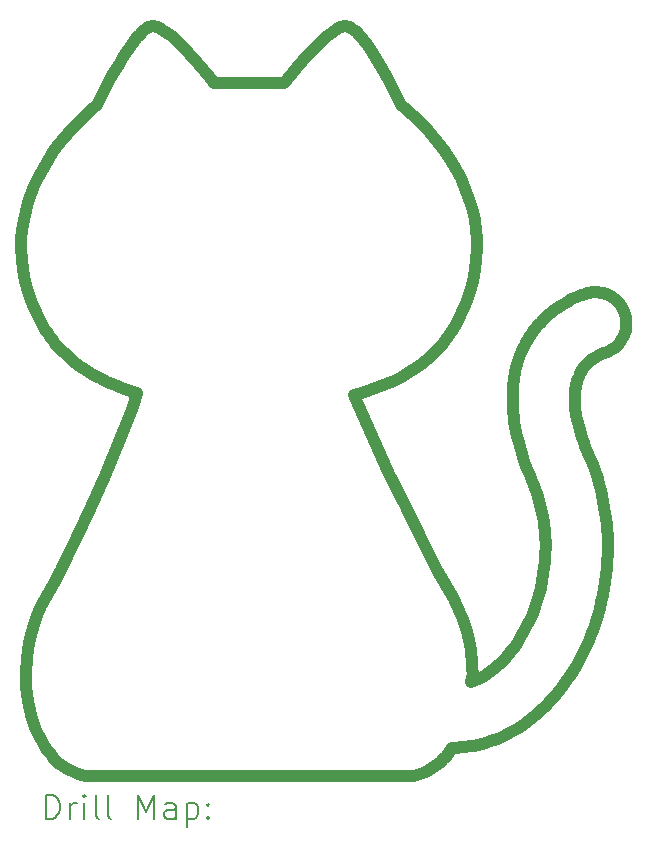
<source format=gbr>
%TF.GenerationSoftware,KiCad,Pcbnew,8.0.8*%
%TF.CreationDate,2025-06-12T02:03:33+01:00*%
%TF.ProjectId,AutoDiming_Keychain,4175746f-4469-46d6-996e-675f4b657963,rev?*%
%TF.SameCoordinates,Original*%
%TF.FileFunction,Drillmap*%
%TF.FilePolarity,Positive*%
%FSLAX45Y45*%
G04 Gerber Fmt 4.5, Leading zero omitted, Abs format (unit mm)*
G04 Created by KiCad (PCBNEW 8.0.8) date 2025-06-12 02:03:33*
%MOMM*%
%LPD*%
G01*
G04 APERTURE LIST*
%ADD10C,1.000000*%
%ADD11C,0.200000*%
G04 APERTURE END LIST*
D10*
X4134127Y-2781184D02*
X4149743Y-2784931D01*
X4166361Y-2791030D01*
X4183883Y-2799319D01*
X4202210Y-2809637D01*
X4221244Y-2821821D01*
X4240887Y-2835709D01*
X4281607Y-2867950D01*
X4323584Y-2905063D01*
X4366033Y-2945751D01*
X4408167Y-2988718D01*
X4449202Y-3032667D01*
X4488352Y-3076301D01*
X4524830Y-3118324D01*
X4586632Y-3192351D01*
X4643615Y-3264020D01*
X5233669Y-3264020D01*
X5290669Y-3192351D01*
X5352489Y-3118324D01*
X5428141Y-3032667D01*
X5469189Y-2988718D01*
X5511337Y-2945751D01*
X5553800Y-2905063D01*
X5595792Y-2867950D01*
X5636527Y-2835709D01*
X5656177Y-2821821D01*
X5675219Y-2809637D01*
X5693553Y-2799319D01*
X5711082Y-2791030D01*
X5727707Y-2784931D01*
X5743331Y-2781184D01*
X5758864Y-2780749D01*
X5775253Y-2784295D01*
X5792409Y-2791564D01*
X5810244Y-2802295D01*
X5828669Y-2816228D01*
X5847596Y-2833102D01*
X5866936Y-2852657D01*
X5886602Y-2874633D01*
X5926553Y-2924807D01*
X5966744Y-2981542D01*
X6006464Y-3042755D01*
X6045009Y-3106364D01*
X6081668Y-3170288D01*
X6115736Y-3232444D01*
X6173264Y-3343123D01*
X6226080Y-3451655D01*
X6267776Y-3484813D01*
X6373586Y-3581144D01*
X6441498Y-3651527D01*
X6514595Y-3735936D01*
X6589263Y-3833781D01*
X6661887Y-3944475D01*
X6728853Y-4067426D01*
X6759085Y-4133315D01*
X6786546Y-4202048D01*
X6810786Y-4273550D01*
X6831352Y-4347749D01*
X6847793Y-4424571D01*
X6859657Y-4503942D01*
X6866491Y-4585788D01*
X6867845Y-4670037D01*
X6863266Y-4756613D01*
X6852302Y-4845444D01*
X6834503Y-4936456D01*
X6809415Y-5029576D01*
X6776587Y-5124729D01*
X6735568Y-5221842D01*
X6699618Y-5292976D01*
X6659700Y-5359618D01*
X6616070Y-5421916D01*
X6568986Y-5480017D01*
X6518707Y-5534069D01*
X6465488Y-5584221D01*
X6409589Y-5630620D01*
X6351267Y-5673415D01*
X6290779Y-5712754D01*
X6228383Y-5748785D01*
X6164336Y-5781655D01*
X6098897Y-5811513D01*
X6032322Y-5838507D01*
X5964869Y-5862785D01*
X5896796Y-5884495D01*
X5828361Y-5903784D01*
X5847300Y-5964295D01*
X6126079Y-6568964D01*
X6254202Y-6836085D01*
X6391923Y-7114545D01*
X6532358Y-7386824D01*
X6668620Y-7635399D01*
X6688761Y-7672181D01*
X6707475Y-7709526D01*
X6724780Y-7747382D01*
X6740695Y-7785698D01*
X6755239Y-7824419D01*
X6768431Y-7863493D01*
X6780289Y-7902868D01*
X6790833Y-7942491D01*
X6800080Y-7982308D01*
X6808051Y-8022268D01*
X6814763Y-8062318D01*
X6820236Y-8102404D01*
X6824488Y-8142475D01*
X6827539Y-8182477D01*
X6829407Y-8222358D01*
X6830111Y-8262065D01*
X6817845Y-8334668D01*
X6831549Y-8329622D01*
X6845270Y-8324229D01*
X6859009Y-8318457D01*
X6872770Y-8312276D01*
X6886555Y-8305652D01*
X6900366Y-8298555D01*
X6914206Y-8290953D01*
X6928077Y-8282814D01*
X6944977Y-8272195D01*
X6961854Y-8260884D01*
X6978692Y-8248888D01*
X6995473Y-8236216D01*
X7012180Y-8222876D01*
X7028797Y-8208878D01*
X7045306Y-8194228D01*
X7061690Y-8178936D01*
X7077933Y-8163011D01*
X7094018Y-8146460D01*
X7109926Y-8129292D01*
X7125643Y-8111516D01*
X7141150Y-8093139D01*
X7156430Y-8074171D01*
X7171467Y-8054620D01*
X7186244Y-8034494D01*
X7215116Y-7992653D01*
X7242693Y-7948731D01*
X7268895Y-7902857D01*
X7293642Y-7855161D01*
X7316855Y-7805771D01*
X7338455Y-7754817D01*
X7358361Y-7702428D01*
X7376494Y-7648732D01*
X7392775Y-7593859D01*
X7407125Y-7537937D01*
X7419462Y-7481097D01*
X7429709Y-7423467D01*
X7437785Y-7365175D01*
X7443611Y-7306352D01*
X7447107Y-7247125D01*
X7448194Y-7187625D01*
X7447776Y-7152379D01*
X7446516Y-7117110D01*
X7444404Y-7081836D01*
X7441430Y-7046576D01*
X7437583Y-7011350D01*
X7432854Y-6976176D01*
X7427232Y-6941072D01*
X7420707Y-6906058D01*
X7413269Y-6871152D01*
X7404908Y-6836374D01*
X7395613Y-6801741D01*
X7385375Y-6767274D01*
X7374184Y-6732990D01*
X7362029Y-6698909D01*
X7348900Y-6665049D01*
X7334787Y-6631429D01*
X7313890Y-6582160D01*
X7294482Y-6533697D01*
X7276543Y-6486030D01*
X7260054Y-6439147D01*
X7244994Y-6393037D01*
X7231344Y-6347689D01*
X7219085Y-6303093D01*
X7208196Y-6259237D01*
X7198659Y-6216110D01*
X7190452Y-6173701D01*
X7183558Y-6131999D01*
X7177956Y-6090993D01*
X7173626Y-6050673D01*
X7170549Y-6011026D01*
X7168705Y-5972043D01*
X7168075Y-5933711D01*
X7168437Y-5902650D01*
X7169640Y-5872056D01*
X7171663Y-5841941D01*
X7174486Y-5812317D01*
X7178086Y-5783194D01*
X7182443Y-5754584D01*
X7187536Y-5726499D01*
X7193345Y-5698950D01*
X7199847Y-5671948D01*
X7207023Y-5645505D01*
X7214851Y-5619632D01*
X7223310Y-5594341D01*
X7232379Y-5569643D01*
X7242038Y-5545549D01*
X7252265Y-5522071D01*
X7263040Y-5499220D01*
X7274272Y-5476990D01*
X7285956Y-5455424D01*
X7298059Y-5434518D01*
X7310548Y-5414268D01*
X7323390Y-5394668D01*
X7336550Y-5375715D01*
X7349996Y-5357403D01*
X7363694Y-5339729D01*
X7377611Y-5322687D01*
X7391713Y-5306274D01*
X7405968Y-5290485D01*
X7420341Y-5275315D01*
X7434800Y-5260760D01*
X7449312Y-5246815D01*
X7463841Y-5233476D01*
X7478357Y-5220738D01*
X7492928Y-5208580D01*
X7507410Y-5196963D01*
X7521783Y-5185875D01*
X7536027Y-5175304D01*
X7564047Y-5155670D01*
X7591311Y-5137968D01*
X7617658Y-5122107D01*
X7642930Y-5107995D01*
X7666966Y-5095541D01*
X7689607Y-5084651D01*
X7710693Y-5075236D01*
X7730064Y-5067202D01*
X7747561Y-5060458D01*
X7763023Y-5054912D01*
X7787207Y-5047048D01*
X7801338Y-5042876D01*
X7814524Y-5039741D01*
X7827710Y-5037304D01*
X7840877Y-5035552D01*
X7854004Y-5034474D01*
X7867072Y-5034059D01*
X7880059Y-5034293D01*
X7892947Y-5035166D01*
X7905713Y-5036665D01*
X7918339Y-5038779D01*
X7930803Y-5041497D01*
X7943086Y-5044806D01*
X7955168Y-5048695D01*
X7967028Y-5053151D01*
X7978645Y-5058164D01*
X7990001Y-5063721D01*
X8001073Y-5069810D01*
X8011843Y-5076421D01*
X8022290Y-5083540D01*
X8032393Y-5091157D01*
X8042133Y-5099259D01*
X8051489Y-5107835D01*
X8060441Y-5116873D01*
X8068968Y-5126362D01*
X8077051Y-5136288D01*
X8084669Y-5146642D01*
X8091802Y-5157410D01*
X8098430Y-5168582D01*
X8104531Y-5180145D01*
X8110088Y-5192088D01*
X8115078Y-5204398D01*
X8119481Y-5217065D01*
X8123278Y-5230076D01*
X8126380Y-5243117D01*
X8128798Y-5256156D01*
X8130544Y-5269175D01*
X8131630Y-5282154D01*
X8132066Y-5295073D01*
X8131865Y-5307914D01*
X8131037Y-5320657D01*
X8129594Y-5333283D01*
X8127549Y-5345771D01*
X8124911Y-5358103D01*
X8121693Y-5370259D01*
X8117906Y-5382219D01*
X8113562Y-5393965D01*
X8108672Y-5405476D01*
X8103248Y-5416734D01*
X8097300Y-5427719D01*
X8090841Y-5438410D01*
X8083882Y-5448790D01*
X8076435Y-5458839D01*
X8068510Y-5468536D01*
X8060120Y-5477863D01*
X8051276Y-5486801D01*
X8041989Y-5495328D01*
X8032271Y-5503428D01*
X8022133Y-5511079D01*
X8011587Y-5518262D01*
X8000644Y-5524959D01*
X7989316Y-5531148D01*
X7977615Y-5536812D01*
X7965551Y-5541931D01*
X7953136Y-5546484D01*
X7940382Y-5550454D01*
X7940468Y-5550801D01*
X7934899Y-5552686D01*
X7928959Y-5554915D01*
X7925334Y-5556358D01*
X7921308Y-5558027D01*
X7916908Y-5559929D01*
X7912162Y-5562071D01*
X7907095Y-5564458D01*
X7901735Y-5567098D01*
X7890203Y-5573049D01*
X7877910Y-5579975D01*
X7865035Y-5587880D01*
X7858435Y-5592200D01*
X7851757Y-5596766D01*
X7845023Y-5601577D01*
X7838255Y-5606636D01*
X7831475Y-5611941D01*
X7824707Y-5617493D01*
X7817971Y-5623293D01*
X7811291Y-5629340D01*
X7804690Y-5635636D01*
X7798188Y-5642181D01*
X7789634Y-5651331D01*
X7781276Y-5660935D01*
X7773136Y-5671030D01*
X7769153Y-5676273D01*
X7765232Y-5681652D01*
X7761375Y-5687171D01*
X7757585Y-5692836D01*
X7753865Y-5698651D01*
X7750216Y-5704619D01*
X7746641Y-5710747D01*
X7743143Y-5717037D01*
X7739724Y-5723496D01*
X7736387Y-5730126D01*
X7727992Y-5748826D01*
X7720200Y-5769057D01*
X7716579Y-5779810D01*
X7713166Y-5791019D01*
X7709980Y-5802711D01*
X7707042Y-5814909D01*
X7704369Y-5827638D01*
X7701983Y-5840924D01*
X7699900Y-5854790D01*
X7698141Y-5869262D01*
X7696726Y-5884364D01*
X7695672Y-5900121D01*
X7695000Y-5916558D01*
X7694728Y-5933698D01*
X7696110Y-5978127D01*
X7700660Y-6027072D01*
X7704252Y-6053269D01*
X7708791Y-6080631D01*
X7714328Y-6109170D01*
X7720914Y-6138898D01*
X7728601Y-6169828D01*
X7737440Y-6201972D01*
X7747484Y-6235340D01*
X7758783Y-6269947D01*
X7771388Y-6305802D01*
X7785352Y-6342920D01*
X7800726Y-6381310D01*
X7817560Y-6420987D01*
X7837306Y-6468079D01*
X7855643Y-6515415D01*
X7872590Y-6562967D01*
X7888164Y-6610706D01*
X7902386Y-6658603D01*
X7915273Y-6706629D01*
X7926844Y-6754754D01*
X7937117Y-6802951D01*
X7946113Y-6851190D01*
X7953848Y-6899442D01*
X7960342Y-6947678D01*
X7965614Y-6995870D01*
X7969681Y-7043988D01*
X7972564Y-7092004D01*
X7974279Y-7139889D01*
X7974847Y-7187613D01*
X7973907Y-7248003D01*
X7971210Y-7308053D01*
X7966784Y-7367722D01*
X7960660Y-7426964D01*
X7952868Y-7485738D01*
X7943436Y-7543999D01*
X7932396Y-7601705D01*
X7919776Y-7658811D01*
X7905606Y-7715276D01*
X7889917Y-7771056D01*
X7872736Y-7826106D01*
X7854096Y-7880385D01*
X7834024Y-7933849D01*
X7812551Y-7986454D01*
X7789707Y-8038157D01*
X7765520Y-8088916D01*
X7739921Y-8138618D01*
X7713011Y-8187339D01*
X7684798Y-8235017D01*
X7655286Y-8281593D01*
X7624481Y-8327006D01*
X7592391Y-8371195D01*
X7559020Y-8414102D01*
X7524374Y-8455664D01*
X7488460Y-8495822D01*
X7451283Y-8534515D01*
X7412849Y-8571684D01*
X7373164Y-8607268D01*
X7332234Y-8641207D01*
X7290065Y-8673440D01*
X7246662Y-8703907D01*
X7202033Y-8732548D01*
X7171742Y-8750441D01*
X7140867Y-8767421D01*
X7109431Y-8783455D01*
X7077456Y-8798510D01*
X7044965Y-8812553D01*
X7011980Y-8825550D01*
X6978524Y-8837470D01*
X6944620Y-8848278D01*
X6910291Y-8857943D01*
X6875558Y-8866429D01*
X6840445Y-8873706D01*
X6804974Y-8879739D01*
X6769167Y-8884496D01*
X6733049Y-8887943D01*
X6696640Y-8890048D01*
X6659963Y-8890777D01*
X6641350Y-8917539D01*
X6621911Y-8943011D01*
X6601664Y-8967133D01*
X6580627Y-8989844D01*
X6558816Y-9011085D01*
X6536251Y-9030795D01*
X6512948Y-9048914D01*
X6488926Y-9065382D01*
X6464201Y-9080138D01*
X6438792Y-9093121D01*
X6412717Y-9104273D01*
X6385993Y-9113532D01*
X6358637Y-9120839D01*
X6330668Y-9126133D01*
X6302103Y-9129353D01*
X6272960Y-9130440D01*
X3604646Y-9130440D01*
X3559957Y-9127898D01*
X3516628Y-9120413D01*
X3474732Y-9108194D01*
X3434341Y-9091450D01*
X3395527Y-9070390D01*
X3358364Y-9045224D01*
X3322923Y-9016161D01*
X3289278Y-8983410D01*
X3257500Y-8947182D01*
X3227662Y-8907684D01*
X3199837Y-8865127D01*
X3174097Y-8819720D01*
X3150515Y-8771672D01*
X3129162Y-8721192D01*
X3093438Y-8613775D01*
X3067505Y-8499144D01*
X3051942Y-8378973D01*
X3047329Y-8254938D01*
X3054248Y-8128712D01*
X3062212Y-8065301D01*
X3073276Y-8001971D01*
X3087513Y-7938930D01*
X3104995Y-7876388D01*
X3125795Y-7814555D01*
X3149985Y-7753640D01*
X3177638Y-7693851D01*
X3208825Y-7635399D01*
X3275207Y-7515664D01*
X3341973Y-7388714D01*
X3408479Y-7256611D01*
X3474082Y-7121417D01*
X3600000Y-6850000D01*
X3714576Y-6590953D01*
X3812658Y-6360767D01*
X3889095Y-6175931D01*
X3956426Y-6008274D01*
X3993025Y-5888443D01*
X3928340Y-5868327D01*
X3864158Y-5845923D01*
X3800700Y-5821105D01*
X3738186Y-5793748D01*
X3676836Y-5763726D01*
X3616870Y-5730915D01*
X3558508Y-5695190D01*
X3501972Y-5656424D01*
X3447480Y-5614494D01*
X3395254Y-5569273D01*
X3345514Y-5520637D01*
X3298479Y-5468460D01*
X3276045Y-5441004D01*
X3254370Y-5412617D01*
X3233482Y-5383282D01*
X3213408Y-5352983D01*
X3194175Y-5321705D01*
X3175812Y-5289433D01*
X3158345Y-5256150D01*
X3141803Y-5221842D01*
X3100784Y-5124729D01*
X3067957Y-5029576D01*
X3042870Y-4936456D01*
X3025072Y-4845444D01*
X3014111Y-4756613D01*
X3009534Y-4670037D01*
X3010890Y-4585788D01*
X3017728Y-4503942D01*
X3029595Y-4424571D01*
X3046039Y-4347749D01*
X3066609Y-4273550D01*
X3090852Y-4202048D01*
X3118318Y-4133315D01*
X3148553Y-4067426D01*
X3181107Y-4004455D01*
X3215527Y-3944475D01*
X3251362Y-3887559D01*
X3288159Y-3833781D01*
X3325468Y-3783216D01*
X3362835Y-3735936D01*
X3435940Y-3651527D01*
X3503858Y-3581144D01*
X3562976Y-3525376D01*
X3609679Y-3484813D01*
X3651378Y-3451655D01*
X3704171Y-3343122D01*
X3761680Y-3232441D01*
X3795738Y-3170284D01*
X3832389Y-3106360D01*
X3870926Y-3042750D01*
X3910643Y-2981537D01*
X3950833Y-2924802D01*
X3990788Y-2874628D01*
X4010457Y-2852652D01*
X4029802Y-2833097D01*
X4048735Y-2816224D01*
X4067168Y-2802292D01*
X4085012Y-2791561D01*
X4102178Y-2784293D01*
X4118580Y-2780748D01*
X4134127Y-2781184D01*
D11*
X3220311Y-9491923D02*
X3220311Y-9291923D01*
X3220311Y-9291923D02*
X3267930Y-9291923D01*
X3267930Y-9291923D02*
X3296501Y-9301447D01*
X3296501Y-9301447D02*
X3315549Y-9320495D01*
X3315549Y-9320495D02*
X3325073Y-9339542D01*
X3325073Y-9339542D02*
X3334597Y-9377638D01*
X3334597Y-9377638D02*
X3334597Y-9406209D01*
X3334597Y-9406209D02*
X3325073Y-9444304D01*
X3325073Y-9444304D02*
X3315549Y-9463352D01*
X3315549Y-9463352D02*
X3296501Y-9482400D01*
X3296501Y-9482400D02*
X3267930Y-9491923D01*
X3267930Y-9491923D02*
X3220311Y-9491923D01*
X3420311Y-9491923D02*
X3420311Y-9358590D01*
X3420311Y-9396685D02*
X3429835Y-9377638D01*
X3429835Y-9377638D02*
X3439359Y-9368114D01*
X3439359Y-9368114D02*
X3458406Y-9358590D01*
X3458406Y-9358590D02*
X3477454Y-9358590D01*
X3544120Y-9491923D02*
X3544120Y-9358590D01*
X3544120Y-9291923D02*
X3534597Y-9301447D01*
X3534597Y-9301447D02*
X3544120Y-9310971D01*
X3544120Y-9310971D02*
X3553644Y-9301447D01*
X3553644Y-9301447D02*
X3544120Y-9291923D01*
X3544120Y-9291923D02*
X3544120Y-9310971D01*
X3667930Y-9491923D02*
X3648882Y-9482400D01*
X3648882Y-9482400D02*
X3639359Y-9463352D01*
X3639359Y-9463352D02*
X3639359Y-9291923D01*
X3772692Y-9491923D02*
X3753644Y-9482400D01*
X3753644Y-9482400D02*
X3744120Y-9463352D01*
X3744120Y-9463352D02*
X3744120Y-9291923D01*
X4001263Y-9491923D02*
X4001263Y-9291923D01*
X4001263Y-9291923D02*
X4067930Y-9434781D01*
X4067930Y-9434781D02*
X4134597Y-9291923D01*
X4134597Y-9291923D02*
X4134597Y-9491923D01*
X4315549Y-9491923D02*
X4315549Y-9387162D01*
X4315549Y-9387162D02*
X4306025Y-9368114D01*
X4306025Y-9368114D02*
X4286978Y-9358590D01*
X4286978Y-9358590D02*
X4248882Y-9358590D01*
X4248882Y-9358590D02*
X4229835Y-9368114D01*
X4315549Y-9482400D02*
X4296502Y-9491923D01*
X4296502Y-9491923D02*
X4248882Y-9491923D01*
X4248882Y-9491923D02*
X4229835Y-9482400D01*
X4229835Y-9482400D02*
X4220311Y-9463352D01*
X4220311Y-9463352D02*
X4220311Y-9444304D01*
X4220311Y-9444304D02*
X4229835Y-9425257D01*
X4229835Y-9425257D02*
X4248882Y-9415733D01*
X4248882Y-9415733D02*
X4296502Y-9415733D01*
X4296502Y-9415733D02*
X4315549Y-9406209D01*
X4410787Y-9358590D02*
X4410787Y-9558590D01*
X4410787Y-9368114D02*
X4429835Y-9358590D01*
X4429835Y-9358590D02*
X4467930Y-9358590D01*
X4467930Y-9358590D02*
X4486978Y-9368114D01*
X4486978Y-9368114D02*
X4496502Y-9377638D01*
X4496502Y-9377638D02*
X4506025Y-9396685D01*
X4506025Y-9396685D02*
X4506025Y-9453828D01*
X4506025Y-9453828D02*
X4496502Y-9472876D01*
X4496502Y-9472876D02*
X4486978Y-9482400D01*
X4486978Y-9482400D02*
X4467930Y-9491923D01*
X4467930Y-9491923D02*
X4429835Y-9491923D01*
X4429835Y-9491923D02*
X4410787Y-9482400D01*
X4591740Y-9472876D02*
X4601263Y-9482400D01*
X4601263Y-9482400D02*
X4591740Y-9491923D01*
X4591740Y-9491923D02*
X4582216Y-9482400D01*
X4582216Y-9482400D02*
X4591740Y-9472876D01*
X4591740Y-9472876D02*
X4591740Y-9491923D01*
X4591740Y-9368114D02*
X4601263Y-9377638D01*
X4601263Y-9377638D02*
X4591740Y-9387162D01*
X4591740Y-9387162D02*
X4582216Y-9377638D01*
X4582216Y-9377638D02*
X4591740Y-9368114D01*
X4591740Y-9368114D02*
X4591740Y-9387162D01*
M02*

</source>
